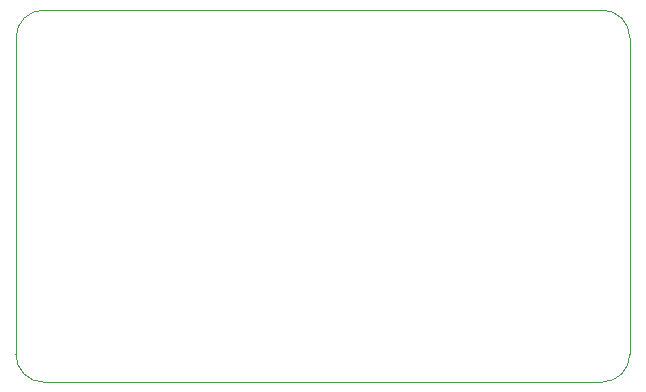
<source format=gbr>
%TF.GenerationSoftware,KiCad,Pcbnew,(7.0.0)*%
%TF.CreationDate,2023-03-07T20:41:21-05:00*%
%TF.ProjectId,Power Distribution Board,506f7765-7220-4446-9973-747269627574,rev?*%
%TF.SameCoordinates,Original*%
%TF.FileFunction,Profile,NP*%
%FSLAX46Y46*%
G04 Gerber Fmt 4.6, Leading zero omitted, Abs format (unit mm)*
G04 Created by KiCad (PCBNEW (7.0.0)) date 2023-03-07 20:41:21*
%MOMM*%
%LPD*%
G01*
G04 APERTURE LIST*
%TA.AperFunction,Profile*%
%ADD10C,0.100000*%
%TD*%
G04 APERTURE END LIST*
D10*
X171094400Y-89611200D02*
G75*
G03*
X173431200Y-87274400I0J2336800D01*
G01*
X173431200Y-60452000D02*
G75*
G03*
X171094400Y-58115200I-2336800J0D01*
G01*
X121462800Y-87274400D02*
G75*
G03*
X123799600Y-89611200I2336800J0D01*
G01*
X123799600Y-58115200D02*
G75*
G03*
X121462800Y-60452000I0J-2336800D01*
G01*
X171094400Y-89611200D02*
X123799600Y-89611200D01*
X173431200Y-60452000D02*
X173431200Y-87274400D01*
X123799600Y-58115200D02*
X171094400Y-58115200D01*
X121462800Y-87274400D02*
X121462800Y-60452000D01*
M02*

</source>
